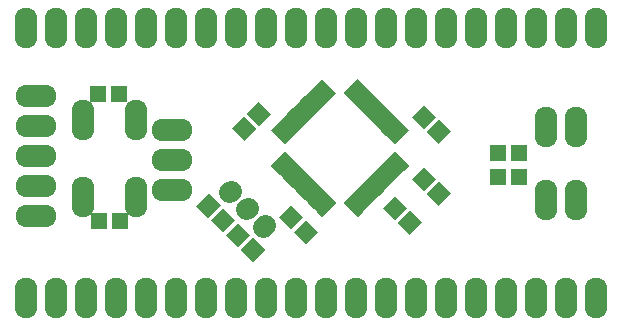
<source format=gts>
G04 #@! TF.FileFunction,Soldermask,Top*
%FSLAX46Y46*%
G04 Gerber Fmt 4.6, Leading zero omitted, Abs format (unit mm)*
G04 Created by KiCad (PCBNEW 4.0.1-stable) date 2016/11/05 8:31:47*
%MOMM*%
G01*
G04 APERTURE LIST*
%ADD10C,0.100000*%
%ADD11C,1.800000*%
%ADD12O,1.924000X3.448000*%
%ADD13R,1.449020X1.479500*%
%ADD14O,3.448000X1.924000*%
G04 APERTURE END LIST*
D10*
D11*
X140383238Y-130074660D02*
X140524660Y-129933238D01*
X141825736Y-131517158D02*
X141967158Y-131375736D01*
X143268233Y-132959655D02*
X143409655Y-132818233D01*
D12*
X123190000Y-139000000D03*
X125730000Y-139000000D03*
X128270000Y-139000000D03*
X130810000Y-139000000D03*
X133350000Y-139000000D03*
X135890000Y-139000000D03*
X138430000Y-139000000D03*
X140970000Y-139000000D03*
X143510000Y-139000000D03*
X146050000Y-139000000D03*
X148590000Y-139000000D03*
X151130000Y-139000000D03*
X153670000Y-139000000D03*
X156210000Y-139000000D03*
X158750000Y-139000000D03*
X161290000Y-139000000D03*
X163830000Y-139000000D03*
X166370000Y-139000000D03*
X168910000Y-139000000D03*
X171450000Y-139000000D03*
X123190000Y-116140000D03*
X125730000Y-116140000D03*
X128270000Y-116140000D03*
X130810000Y-116140000D03*
X133350000Y-116140000D03*
X135890000Y-116140000D03*
X138430000Y-116140000D03*
X140970000Y-116140000D03*
X143510000Y-116140000D03*
X146050000Y-116140000D03*
X148590000Y-116140000D03*
X151130000Y-116140000D03*
X153670000Y-116140000D03*
X156210000Y-116140000D03*
X158750000Y-116140000D03*
X161290000Y-116140000D03*
X163830000Y-116140000D03*
X166370000Y-116140000D03*
X168910000Y-116140000D03*
X171450000Y-116140000D03*
D13*
X164873760Y-126750000D03*
X163126240Y-126750000D03*
D10*
G36*
X137596770Y-131192934D02*
X138642934Y-130146770D01*
X139667546Y-131171382D01*
X138621382Y-132217546D01*
X137596770Y-131192934D01*
X137596770Y-131192934D01*
G37*
G36*
X138832454Y-132428618D02*
X139878618Y-131382454D01*
X140903230Y-132407066D01*
X139857066Y-133453230D01*
X138832454Y-132428618D01*
X138832454Y-132428618D01*
G37*
G36*
X143403230Y-134907066D02*
X142357066Y-135953230D01*
X141332454Y-134928618D01*
X142378618Y-133882454D01*
X143403230Y-134907066D01*
X143403230Y-134907066D01*
G37*
G36*
X142167546Y-133671382D02*
X141121382Y-134717546D01*
X140096770Y-133692934D01*
X141142934Y-132646770D01*
X142167546Y-133671382D01*
X142167546Y-133671382D01*
G37*
D13*
X129276240Y-121700000D03*
X131023760Y-121700000D03*
D10*
G36*
X147903230Y-133407066D02*
X146857066Y-134453230D01*
X145832454Y-133428618D01*
X146878618Y-132382454D01*
X147903230Y-133407066D01*
X147903230Y-133407066D01*
G37*
G36*
X146667546Y-132171382D02*
X145621382Y-133217546D01*
X144596770Y-132192934D01*
X145642934Y-131146770D01*
X146667546Y-132171382D01*
X146667546Y-132171382D01*
G37*
G36*
X141642934Y-125703230D02*
X140596770Y-124657066D01*
X141621382Y-123632454D01*
X142667546Y-124678618D01*
X141642934Y-125703230D01*
X141642934Y-125703230D01*
G37*
G36*
X142878618Y-124467546D02*
X141832454Y-123421382D01*
X142857066Y-122396770D01*
X143903230Y-123442934D01*
X142878618Y-124467546D01*
X142878618Y-124467546D01*
G37*
D14*
X135550000Y-129840000D03*
X135550000Y-127300000D03*
X135550000Y-124760000D03*
D12*
X167230000Y-124500000D03*
X169770000Y-124500000D03*
X167230000Y-130750000D03*
X169770000Y-130750000D03*
D13*
X163126240Y-128750000D03*
X164873760Y-128750000D03*
X129376240Y-132500000D03*
X131123760Y-132500000D03*
D12*
X127989400Y-130451200D03*
X127989400Y-123948800D03*
X132510600Y-130451200D03*
X132510600Y-123948800D03*
D10*
G36*
X144358311Y-128262221D02*
X143898692Y-127802602D01*
X145100773Y-126600521D01*
X145560392Y-127060140D01*
X144358311Y-128262221D01*
X144358311Y-128262221D01*
G37*
G36*
X144711864Y-128615774D02*
X144252245Y-128156155D01*
X145454326Y-126954074D01*
X145913945Y-127413693D01*
X144711864Y-128615774D01*
X144711864Y-128615774D01*
G37*
G36*
X145065418Y-128969328D02*
X144605799Y-128509709D01*
X145807880Y-127307628D01*
X146267499Y-127767247D01*
X145065418Y-128969328D01*
X145065418Y-128969328D01*
G37*
G36*
X145418971Y-129322881D02*
X144959352Y-128863262D01*
X146161433Y-127661181D01*
X146621052Y-128120800D01*
X145418971Y-129322881D01*
X145418971Y-129322881D01*
G37*
G36*
X145772524Y-129676434D02*
X145312905Y-129216815D01*
X146514986Y-128014734D01*
X146974605Y-128474353D01*
X145772524Y-129676434D01*
X145772524Y-129676434D01*
G37*
G36*
X146126078Y-130029988D02*
X145666459Y-129570369D01*
X146868540Y-128368288D01*
X147328159Y-128827907D01*
X146126078Y-130029988D01*
X146126078Y-130029988D01*
G37*
G36*
X146479631Y-130383541D02*
X146020012Y-129923922D01*
X147222093Y-128721841D01*
X147681712Y-129181460D01*
X146479631Y-130383541D01*
X146479631Y-130383541D01*
G37*
G36*
X146833185Y-130737095D02*
X146373566Y-130277476D01*
X147575647Y-129075395D01*
X148035266Y-129535014D01*
X146833185Y-130737095D01*
X146833185Y-130737095D01*
G37*
G36*
X147186738Y-131090648D02*
X146727119Y-130631029D01*
X147929200Y-129428948D01*
X148388819Y-129888567D01*
X147186738Y-131090648D01*
X147186738Y-131090648D01*
G37*
G36*
X147540291Y-131444201D02*
X147080672Y-130984582D01*
X148282753Y-129782501D01*
X148742372Y-130242120D01*
X147540291Y-131444201D01*
X147540291Y-131444201D01*
G37*
G36*
X147893845Y-131797755D02*
X147434226Y-131338136D01*
X148636307Y-130136055D01*
X149095926Y-130595674D01*
X147893845Y-131797755D01*
X147893845Y-131797755D01*
G37*
G36*
X148247398Y-132151308D02*
X147787779Y-131691689D01*
X148989860Y-130489608D01*
X149449479Y-130949227D01*
X148247398Y-132151308D01*
X148247398Y-132151308D01*
G37*
G36*
X151712221Y-131691689D02*
X151252602Y-132151308D01*
X150050521Y-130949227D01*
X150510140Y-130489608D01*
X151712221Y-131691689D01*
X151712221Y-131691689D01*
G37*
G36*
X152065774Y-131338136D02*
X151606155Y-131797755D01*
X150404074Y-130595674D01*
X150863693Y-130136055D01*
X152065774Y-131338136D01*
X152065774Y-131338136D01*
G37*
G36*
X152419328Y-130984582D02*
X151959709Y-131444201D01*
X150757628Y-130242120D01*
X151217247Y-129782501D01*
X152419328Y-130984582D01*
X152419328Y-130984582D01*
G37*
G36*
X152772881Y-130631029D02*
X152313262Y-131090648D01*
X151111181Y-129888567D01*
X151570800Y-129428948D01*
X152772881Y-130631029D01*
X152772881Y-130631029D01*
G37*
G36*
X153126434Y-130277476D02*
X152666815Y-130737095D01*
X151464734Y-129535014D01*
X151924353Y-129075395D01*
X153126434Y-130277476D01*
X153126434Y-130277476D01*
G37*
G36*
X153479988Y-129923922D02*
X153020369Y-130383541D01*
X151818288Y-129181460D01*
X152277907Y-128721841D01*
X153479988Y-129923922D01*
X153479988Y-129923922D01*
G37*
G36*
X153833541Y-129570369D02*
X153373922Y-130029988D01*
X152171841Y-128827907D01*
X152631460Y-128368288D01*
X153833541Y-129570369D01*
X153833541Y-129570369D01*
G37*
G36*
X154187095Y-129216815D02*
X153727476Y-129676434D01*
X152525395Y-128474353D01*
X152985014Y-128014734D01*
X154187095Y-129216815D01*
X154187095Y-129216815D01*
G37*
G36*
X154540648Y-128863262D02*
X154081029Y-129322881D01*
X152878948Y-128120800D01*
X153338567Y-127661181D01*
X154540648Y-128863262D01*
X154540648Y-128863262D01*
G37*
G36*
X154894201Y-128509709D02*
X154434582Y-128969328D01*
X153232501Y-127767247D01*
X153692120Y-127307628D01*
X154894201Y-128509709D01*
X154894201Y-128509709D01*
G37*
G36*
X155247755Y-128156155D02*
X154788136Y-128615774D01*
X153586055Y-127413693D01*
X154045674Y-126954074D01*
X155247755Y-128156155D01*
X155247755Y-128156155D01*
G37*
G36*
X155601308Y-127802602D02*
X155141689Y-128262221D01*
X153939608Y-127060140D01*
X154399227Y-126600521D01*
X155601308Y-127802602D01*
X155601308Y-127802602D01*
G37*
G36*
X154399227Y-125999479D02*
X153939608Y-125539860D01*
X155141689Y-124337779D01*
X155601308Y-124797398D01*
X154399227Y-125999479D01*
X154399227Y-125999479D01*
G37*
G36*
X154045674Y-125645926D02*
X153586055Y-125186307D01*
X154788136Y-123984226D01*
X155247755Y-124443845D01*
X154045674Y-125645926D01*
X154045674Y-125645926D01*
G37*
G36*
X153692120Y-125292372D02*
X153232501Y-124832753D01*
X154434582Y-123630672D01*
X154894201Y-124090291D01*
X153692120Y-125292372D01*
X153692120Y-125292372D01*
G37*
G36*
X153338567Y-124938819D02*
X152878948Y-124479200D01*
X154081029Y-123277119D01*
X154540648Y-123736738D01*
X153338567Y-124938819D01*
X153338567Y-124938819D01*
G37*
G36*
X152985014Y-124585266D02*
X152525395Y-124125647D01*
X153727476Y-122923566D01*
X154187095Y-123383185D01*
X152985014Y-124585266D01*
X152985014Y-124585266D01*
G37*
G36*
X152631460Y-124231712D02*
X152171841Y-123772093D01*
X153373922Y-122570012D01*
X153833541Y-123029631D01*
X152631460Y-124231712D01*
X152631460Y-124231712D01*
G37*
G36*
X152277907Y-123878159D02*
X151818288Y-123418540D01*
X153020369Y-122216459D01*
X153479988Y-122676078D01*
X152277907Y-123878159D01*
X152277907Y-123878159D01*
G37*
G36*
X151924353Y-123524605D02*
X151464734Y-123064986D01*
X152666815Y-121862905D01*
X153126434Y-122322524D01*
X151924353Y-123524605D01*
X151924353Y-123524605D01*
G37*
G36*
X151570800Y-123171052D02*
X151111181Y-122711433D01*
X152313262Y-121509352D01*
X152772881Y-121968971D01*
X151570800Y-123171052D01*
X151570800Y-123171052D01*
G37*
G36*
X151217247Y-122817499D02*
X150757628Y-122357880D01*
X151959709Y-121155799D01*
X152419328Y-121615418D01*
X151217247Y-122817499D01*
X151217247Y-122817499D01*
G37*
G36*
X150863693Y-122463945D02*
X150404074Y-122004326D01*
X151606155Y-120802245D01*
X152065774Y-121261864D01*
X150863693Y-122463945D01*
X150863693Y-122463945D01*
G37*
G36*
X150510140Y-122110392D02*
X150050521Y-121650773D01*
X151252602Y-120448692D01*
X151712221Y-120908311D01*
X150510140Y-122110392D01*
X150510140Y-122110392D01*
G37*
G36*
X149449479Y-121650773D02*
X148989860Y-122110392D01*
X147787779Y-120908311D01*
X148247398Y-120448692D01*
X149449479Y-121650773D01*
X149449479Y-121650773D01*
G37*
G36*
X149095926Y-122004326D02*
X148636307Y-122463945D01*
X147434226Y-121261864D01*
X147893845Y-120802245D01*
X149095926Y-122004326D01*
X149095926Y-122004326D01*
G37*
G36*
X148742372Y-122357880D02*
X148282753Y-122817499D01*
X147080672Y-121615418D01*
X147540291Y-121155799D01*
X148742372Y-122357880D01*
X148742372Y-122357880D01*
G37*
G36*
X148388819Y-122711433D02*
X147929200Y-123171052D01*
X146727119Y-121968971D01*
X147186738Y-121509352D01*
X148388819Y-122711433D01*
X148388819Y-122711433D01*
G37*
G36*
X148035266Y-123064986D02*
X147575647Y-123524605D01*
X146373566Y-122322524D01*
X146833185Y-121862905D01*
X148035266Y-123064986D01*
X148035266Y-123064986D01*
G37*
G36*
X147681712Y-123418540D02*
X147222093Y-123878159D01*
X146020012Y-122676078D01*
X146479631Y-122216459D01*
X147681712Y-123418540D01*
X147681712Y-123418540D01*
G37*
G36*
X147328159Y-123772093D02*
X146868540Y-124231712D01*
X145666459Y-123029631D01*
X146126078Y-122570012D01*
X147328159Y-123772093D01*
X147328159Y-123772093D01*
G37*
G36*
X146974605Y-124125647D02*
X146514986Y-124585266D01*
X145312905Y-123383185D01*
X145772524Y-122923566D01*
X146974605Y-124125647D01*
X146974605Y-124125647D01*
G37*
G36*
X146621052Y-124479200D02*
X146161433Y-124938819D01*
X144959352Y-123736738D01*
X145418971Y-123277119D01*
X146621052Y-124479200D01*
X146621052Y-124479200D01*
G37*
G36*
X146267499Y-124832753D02*
X145807880Y-125292372D01*
X144605799Y-124090291D01*
X145065418Y-123630672D01*
X146267499Y-124832753D01*
X146267499Y-124832753D01*
G37*
G36*
X145913945Y-125186307D02*
X145454326Y-125645926D01*
X144252245Y-124443845D01*
X144711864Y-123984226D01*
X145913945Y-125186307D01*
X145913945Y-125186307D01*
G37*
G36*
X145560392Y-125539860D02*
X145100773Y-125999479D01*
X143898692Y-124797398D01*
X144358311Y-124337779D01*
X145560392Y-125539860D01*
X145560392Y-125539860D01*
G37*
D14*
X124050000Y-121920000D03*
X124050000Y-124460000D03*
X124050000Y-127000000D03*
X124050000Y-129540000D03*
X124050000Y-132080000D03*
D10*
G36*
X155846770Y-128942934D02*
X156892934Y-127896770D01*
X157917546Y-128921382D01*
X156871382Y-129967546D01*
X155846770Y-128942934D01*
X155846770Y-128942934D01*
G37*
G36*
X157082454Y-130178618D02*
X158128618Y-129132454D01*
X159153230Y-130157066D01*
X158107066Y-131203230D01*
X157082454Y-130178618D01*
X157082454Y-130178618D01*
G37*
G36*
X155846770Y-123692934D02*
X156892934Y-122646770D01*
X157917546Y-123671382D01*
X156871382Y-124717546D01*
X155846770Y-123692934D01*
X155846770Y-123692934D01*
G37*
G36*
X157082454Y-124928618D02*
X158128618Y-123882454D01*
X159153230Y-124907066D01*
X158107066Y-125953230D01*
X157082454Y-124928618D01*
X157082454Y-124928618D01*
G37*
G36*
X153396770Y-131392934D02*
X154442934Y-130346770D01*
X155467546Y-131371382D01*
X154421382Y-132417546D01*
X153396770Y-131392934D01*
X153396770Y-131392934D01*
G37*
G36*
X154632454Y-132628618D02*
X155678618Y-131582454D01*
X156703230Y-132607066D01*
X155657066Y-133653230D01*
X154632454Y-132628618D01*
X154632454Y-132628618D01*
G37*
M02*

</source>
